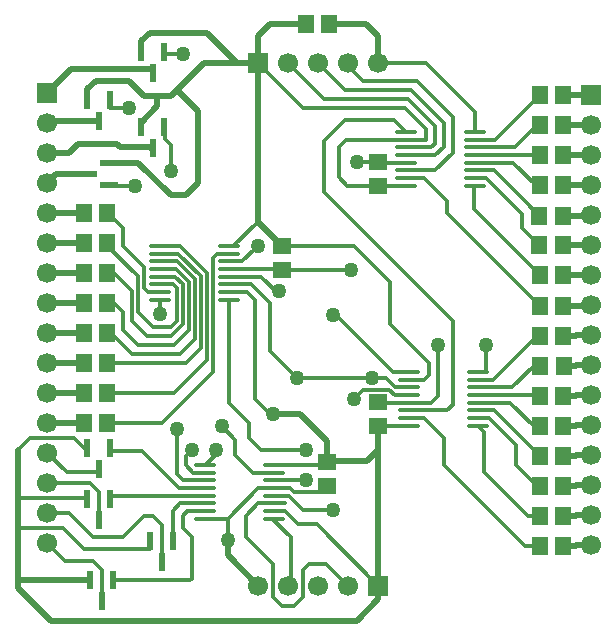
<source format=gtl>
%FSLAX44Y44*%
%MOMM*%
G71*
G01*
G75*
G04 Layer_Physical_Order=1*
G04 Layer_Color=255*
%ADD10O,2.0000X0.3500*%
%ADD11R,1.4000X1.5000*%
%ADD12R,1.5000X1.4000*%
%ADD13R,0.6000X1.6000*%
%ADD14R,1.6000X0.6000*%
%ADD15C,0.3000*%
%ADD16C,0.5000*%
%ADD17R,1.7000X1.7000*%
%ADD18C,1.7000*%
%ADD19R,1.7000X1.7000*%
%ADD20C,1.2700*%
D10*
X707180Y1054210D02*
D03*
Y1060710D02*
D03*
Y1067210D02*
D03*
Y1073710D02*
D03*
Y1080210D02*
D03*
Y1086710D02*
D03*
Y1093210D02*
D03*
Y1099710D02*
D03*
X649180Y1054210D02*
D03*
Y1060710D02*
D03*
Y1067210D02*
D03*
Y1073710D02*
D03*
Y1080210D02*
D03*
Y1086710D02*
D03*
Y1093210D02*
D03*
Y1099710D02*
D03*
X857460Y1196230D02*
D03*
Y1189730D02*
D03*
Y1183230D02*
D03*
Y1176730D02*
D03*
Y1170230D02*
D03*
Y1163730D02*
D03*
Y1157230D02*
D03*
Y1150730D02*
D03*
X915460Y1196230D02*
D03*
Y1189730D02*
D03*
Y1183230D02*
D03*
Y1176730D02*
D03*
Y1170230D02*
D03*
Y1163730D02*
D03*
Y1157230D02*
D03*
Y1150730D02*
D03*
X860000Y993030D02*
D03*
Y986530D02*
D03*
Y980030D02*
D03*
Y973530D02*
D03*
Y967030D02*
D03*
Y960530D02*
D03*
Y954030D02*
D03*
Y947530D02*
D03*
X918000Y993030D02*
D03*
Y986530D02*
D03*
Y980030D02*
D03*
Y973530D02*
D03*
Y967030D02*
D03*
Y960530D02*
D03*
Y954030D02*
D03*
Y947530D02*
D03*
X745280Y868790D02*
D03*
Y875290D02*
D03*
Y881790D02*
D03*
Y888290D02*
D03*
Y894790D02*
D03*
Y901290D02*
D03*
Y907790D02*
D03*
Y914290D02*
D03*
X687280Y868790D02*
D03*
Y875290D02*
D03*
Y881790D02*
D03*
Y888290D02*
D03*
Y894790D02*
D03*
Y901290D02*
D03*
Y907790D02*
D03*
Y914290D02*
D03*
D11*
X584360Y975360D02*
D03*
Y1000760D02*
D03*
Y1026160D02*
D03*
Y1127760D02*
D03*
Y1102360D02*
D03*
Y1076960D02*
D03*
Y1051560D02*
D03*
Y949960D02*
D03*
X990440Y1201928D02*
D03*
Y1176528D02*
D03*
Y1151128D02*
D03*
X989932Y1125474D02*
D03*
Y1100328D02*
D03*
X990186Y1074928D02*
D03*
X990440Y1049020D02*
D03*
Y845820D02*
D03*
Y871220D02*
D03*
Y896620D02*
D03*
Y922020D02*
D03*
Y947420D02*
D03*
Y972820D02*
D03*
X990694Y998474D02*
D03*
X990440Y1023620D02*
D03*
Y1227328D02*
D03*
X970440D02*
D03*
Y1201928D02*
D03*
Y1176528D02*
D03*
Y1151128D02*
D03*
X969932Y1125474D02*
D03*
Y1100328D02*
D03*
X970186Y1074928D02*
D03*
X970440Y1049020D02*
D03*
Y1023620D02*
D03*
X970694Y998474D02*
D03*
X970440Y972820D02*
D03*
Y947420D02*
D03*
Y922020D02*
D03*
Y896620D02*
D03*
Y871220D02*
D03*
Y845820D02*
D03*
X604360Y1127760D02*
D03*
Y1102360D02*
D03*
Y1076960D02*
D03*
Y1051560D02*
D03*
Y1026160D02*
D03*
Y1000760D02*
D03*
Y975360D02*
D03*
Y949960D02*
D03*
X792320Y1287780D02*
D03*
X772320D02*
D03*
D12*
X833120Y1170780D02*
D03*
Y1150780D02*
D03*
Y967580D02*
D03*
Y947580D02*
D03*
X751840Y1079660D02*
D03*
Y1099660D02*
D03*
X789940Y896780D02*
D03*
Y916780D02*
D03*
D13*
X642620Y1245760D02*
D03*
X633120Y1263760D02*
D03*
X652120D02*
D03*
X596900Y1205120D02*
D03*
X587400Y1223120D02*
D03*
X606400D02*
D03*
X642620Y1182260D02*
D03*
X633120Y1200260D02*
D03*
X652120D02*
D03*
X596900Y910480D02*
D03*
X587400Y928480D02*
D03*
X606400D02*
D03*
X650240Y831740D02*
D03*
X640740Y849740D02*
D03*
X659740D02*
D03*
X599440Y798720D02*
D03*
X589940Y816720D02*
D03*
X608940D02*
D03*
X596900Y867300D02*
D03*
X587400Y885300D02*
D03*
X606400D02*
D03*
D14*
X587900Y1160780D02*
D03*
X605900Y1170280D02*
D03*
Y1151280D02*
D03*
D15*
X924560Y993140D02*
Y1016000D01*
X924450Y993030D02*
X924560Y993140D01*
X918000Y993030D02*
X924450D01*
X831130Y1170230D02*
X857460D01*
X860000Y960530D02*
X891950D01*
X896620Y965200D01*
X847190Y1206500D02*
X857460Y1196230D01*
X731520Y1254760D02*
X769620Y1216660D01*
X756920Y1254760D02*
X787400Y1224280D01*
X782320Y1254760D02*
X805180Y1231900D01*
X807720Y1252220D02*
X820420Y1239520D01*
X851010Y1196230D02*
X857460D01*
X833120Y1170780D02*
Y1173480D01*
X878430Y1183230D02*
X881380Y1186180D01*
X882090Y1176730D02*
X889000Y1183640D01*
X881790Y1163730D02*
X896620Y1178560D01*
X857460Y1183230D02*
X878430D01*
X857460Y1176730D02*
X882090D01*
X807720Y1252220D02*
Y1254760D01*
X857460Y1163730D02*
X881790D01*
X891540Y1127920D02*
Y1137920D01*
X872230Y1157230D02*
X891540Y1137920D01*
X857460Y1157230D02*
X872230D01*
X891540Y1127920D02*
X970440Y1049020D01*
X970360Y921940D02*
X970440Y922020D01*
X931770Y960530D02*
X970360Y921940D01*
X918000Y960530D02*
X931770D01*
X927175Y954030D02*
X949960Y931245D01*
X970280Y972820D02*
X970440D01*
X969570Y973530D02*
X970280Y972820D01*
X918000Y973530D02*
X969570D01*
X967740Y1023620D02*
X970440D01*
X930650Y986530D02*
X967740Y1023620D01*
X918000Y986530D02*
X930650D01*
X918000Y947530D02*
X923190Y942340D01*
X918000Y954030D02*
X927175D01*
X914400Y1149670D02*
X915460Y1150730D01*
X914400Y1130714D02*
Y1149670D01*
Y1130714D02*
X970186Y1074928D01*
X924634Y1157230D02*
X955040Y1126825D01*
Y1115060D02*
Y1126825D01*
Y1115060D02*
X969772Y1100328D01*
X969932D01*
X960120Y1135286D02*
Y1135380D01*
X931770Y1163730D02*
X960120Y1135380D01*
X915460Y1163730D02*
X931770D01*
X968248Y1201928D02*
X970440D01*
X949550Y1183230D02*
X968248Y1201928D01*
X915460Y1183230D02*
X949550D01*
X967232Y1151128D02*
X970440D01*
X948130Y1170230D02*
X967232Y1151128D01*
X915460Y1170230D02*
X948130D01*
X915460Y1189730D02*
X932842D01*
X970440Y1227328D01*
X915460Y1176730D02*
X927100D01*
X927302Y1176528D01*
X970440D01*
X915460Y1157230D02*
X924634D01*
X960120Y1135286D02*
X969932Y1125474D01*
X617220Y1099820D02*
X634920Y1082120D01*
X604360Y1076960D02*
X609600D01*
X624860Y1061700D01*
X604360Y1051560D02*
X609600D01*
X604360Y1026160D02*
X607060D01*
X617220Y1028700D02*
Y1043940D01*
X609600Y1051560D02*
X617220Y1043940D01*
X604360Y1127760D02*
X604520D01*
X617220Y1115060D01*
Y1099820D02*
Y1115060D01*
X629920Y1043940D02*
Y1074420D01*
X604360Y1099980D02*
Y1102360D01*
Y1099980D02*
X629920Y1074420D01*
X828590Y967030D02*
X860000D01*
X670560Y922020D02*
X675640Y927100D01*
X657860Y1163320D02*
Y1184860D01*
X652780Y1189940D02*
X657860Y1184860D01*
X687280Y914290D02*
X695960Y922970D01*
Y927100D01*
X701040Y947420D02*
X712730Y935730D01*
X654000Y1262380D02*
X668020D01*
X652120Y1264260D02*
X654000Y1262380D01*
X629920Y1043940D02*
X642620Y1031240D01*
X657860D01*
X624860Y1036300D02*
Y1061700D01*
Y1036300D02*
X637540Y1023620D01*
X657860D01*
X617220Y1028700D02*
X629920Y1016000D01*
X607060Y1026160D02*
X624840Y1008380D01*
X658355Y1067210D02*
X659990D01*
X657860Y1023620D02*
X668020Y1033780D01*
X657860Y1031240D02*
X662940Y1036320D01*
Y1064260D01*
X659990Y1067210D02*
X662940Y1064260D01*
X683260Y1027967D02*
X683340Y1027887D01*
X649180Y1073710D02*
X661659D01*
X668020Y1067349D01*
Y1033780D02*
Y1067349D01*
X649180Y1080210D02*
X662230D01*
X673100Y1069340D01*
X649180Y1086710D02*
X663350D01*
X678180Y1071880D01*
X649180Y1093210D02*
X664470D01*
X683260Y1074420D01*
Y1027967D02*
Y1074420D01*
X644100Y1099820D02*
X665480D01*
X688340Y1076960D01*
X696970Y1093210D02*
X707180D01*
X693420Y1089660D02*
X696970Y1093210D01*
X828090Y947530D02*
X860000D01*
X723900Y937260D02*
X734060Y927100D01*
X772160D01*
X759460Y894080D02*
X762000Y891540D01*
X745280Y894790D02*
X758750D01*
X745280Y901290D02*
X772160D01*
X663350Y906370D02*
Y944470D01*
Y906370D02*
X668430Y901290D01*
X687280D01*
X670560Y914400D02*
Y922020D01*
Y914400D02*
X677170Y907790D01*
X687280D01*
X896620Y965200D02*
Y1036320D01*
X860000Y967030D02*
X878130D01*
X755180Y812000D02*
X757510D01*
X649180Y1042460D02*
Y1054210D01*
X745280Y875290D02*
X754455D01*
X789940Y916780D02*
X791075Y917915D01*
X745280Y881790D02*
X755026D01*
X745280Y888290D02*
X758179D01*
X770169Y876300D02*
X795020D01*
X847650Y973530D02*
X860000D01*
X820600Y978080D02*
X843100D01*
X812800Y970280D02*
X820600Y978080D01*
X843100D02*
X847650Y973530D01*
X828040Y988060D02*
X840191D01*
X848221Y980030D01*
X860000D01*
X745280Y914290D02*
X789940D01*
X835660Y1150780D02*
X857410D01*
X754455Y875290D02*
X765835Y863910D01*
X755180Y812000D02*
X759460Y816280D01*
X744110Y868790D02*
X745280D01*
X744110D02*
X759460Y853440D01*
Y816280D02*
Y853440D01*
X731930Y881790D02*
X745280D01*
X721360Y871220D02*
X731930Y881790D01*
X721360Y853440D02*
Y871220D01*
X751840Y795020D02*
X762000D01*
X769620Y802640D01*
Y825500D01*
X774700Y830580D01*
X789730D01*
X808310Y812000D01*
X744220Y802640D02*
X751840Y795020D01*
X744220Y802640D02*
Y830580D01*
X721360Y853440D02*
X744220Y830580D01*
X789940Y919050D02*
X791075Y917915D01*
X787400Y1145540D02*
X896620Y1036320D01*
X769620Y1216660D02*
X855980D01*
X873760Y1198880D01*
Y1189730D02*
Y1198880D01*
X857460Y1189730D02*
X873760D01*
X800100Y1158240D02*
X807560Y1150780D01*
X833120D01*
X787400Y1224280D02*
X858520D01*
X881380Y1201420D01*
Y1186180D02*
Y1201420D01*
X820420Y1239520D02*
X866140D01*
X896620Y1209040D01*
Y1178560D02*
Y1209040D01*
X805180Y1231900D02*
X861060D01*
X889000Y1203960D01*
Y1183640D02*
Y1203960D01*
X751840Y1079660D02*
X810100D01*
X810260Y1079500D01*
X765835Y863910D02*
X782010D01*
X833710Y812210D01*
X769620Y988060D02*
X828040D01*
X764540D02*
X828040D01*
X741680Y1010920D02*
X764540Y988060D01*
X878130Y967030D02*
X883920Y972820D01*
Y1013460D01*
X843280Y1033780D02*
X876300Y1000760D01*
Y990600D02*
Y1000760D01*
X872230Y986530D02*
X876300Y990600D01*
X860000Y986530D02*
X872230D01*
X860000Y954030D02*
X872230D01*
X889000Y937260D01*
X758179Y888290D02*
X770169Y876300D01*
X762000Y891540D02*
X787400D01*
X789940Y894080D01*
Y896780D01*
X707180Y1099710D02*
X711090D01*
X731520Y1120140D01*
X707180Y1080210D02*
X751290D01*
X749300Y1061720D02*
Y1064260D01*
X707180Y1073710D02*
X734770D01*
X749300Y1059180D01*
X707180Y1060710D02*
X722370D01*
X728980Y1054100D01*
X707180Y1067210D02*
X726030D01*
X741680Y1051560D01*
Y1010920D02*
Y1051560D01*
X728980Y970280D02*
Y1054100D01*
Y970280D02*
X741680Y957580D01*
X744220D01*
X707180Y966680D02*
Y1054210D01*
Y966680D02*
X723900Y949960D01*
Y937260D02*
Y949960D01*
X815340Y1170940D02*
X830580D01*
X833120Y1173480D01*
X787400Y1145540D02*
Y1188720D01*
X805180Y1206500D01*
X847190D01*
X800100Y1158240D02*
Y1183640D01*
X806190Y1189730D01*
X857460D01*
X751840Y1099660D02*
X812960D01*
X843280Y1069340D01*
Y1033780D02*
Y1069340D01*
X705170Y850900D02*
X706120D01*
Y868790D01*
X687280D02*
X706120D01*
X833120Y1254760D02*
X873760D01*
X915460Y1213060D01*
Y1196230D02*
Y1213060D01*
X706120Y868790D02*
X706230D01*
X732230Y894790D01*
X745280D01*
X727970Y907790D02*
X745280D01*
X712730Y923030D02*
X727970Y907790D01*
X712730Y923030D02*
Y935730D01*
X889000Y914400D02*
Y937260D01*
Y914400D02*
X957580Y845820D01*
X970440D01*
X923190Y908150D02*
Y942340D01*
Y908150D02*
X960120Y871220D01*
X970440D01*
X949960Y914400D02*
Y931245D01*
Y914400D02*
X967740Y896620D01*
X970440D01*
X918000Y967030D02*
X945590D01*
X965200Y947420D01*
X970440D01*
X918000Y980030D02*
X947010D01*
X965454Y998474D01*
X970694D01*
X707180Y1086710D02*
X718410D01*
X728980Y1097280D01*
X731520D01*
X795020Y1041400D02*
X797560D01*
X845820Y993140D01*
X857150D01*
X604360Y949960D02*
X650240D01*
X693420Y993140D01*
Y1089660D01*
X688340Y1003300D02*
Y1076960D01*
X607060Y1000760D02*
X670560D01*
X683340Y1013540D01*
Y1027887D01*
X624840Y1008380D02*
X665480D01*
X678180Y1021080D01*
Y1071880D01*
X629920Y1016000D02*
X660400D01*
X673100Y1028700D01*
Y1069340D01*
X604470Y975470D02*
X604580Y975360D01*
X660400D01*
X688340Y1003300D01*
X634920Y1064340D02*
Y1082120D01*
Y1064340D02*
X638550Y1060710D01*
X649180D01*
X606400Y1216660D02*
Y1223620D01*
Y1216660D02*
X622300D01*
X652780Y1189940D02*
Y1198880D01*
X606560Y1150620D02*
X627380D01*
X664770Y894790D02*
X687280D01*
X633620Y925940D02*
X664770Y894790D01*
X606400Y925940D02*
X633620D01*
X609390Y888290D02*
X687280D01*
X606400Y885300D02*
X609390Y888290D01*
X576080Y937260D02*
X587400Y925940D01*
X528320Y927100D02*
X538480Y937260D01*
X576080D01*
X570080Y907940D02*
X596900D01*
X553460Y924560D02*
X570080Y907940D01*
X528320Y886460D02*
X586240D01*
X587400Y885300D01*
X553460Y899160D02*
X589490D01*
X596900Y867300D02*
Y891750D01*
X589490Y899160D02*
X596900Y891750D01*
X640080Y782320D02*
X640740Y782980D01*
X528320Y861060D02*
X566420D01*
X584200Y843280D01*
X640080D01*
Y855800D01*
X650240Y831740D02*
Y863600D01*
X642620Y871220D02*
X650240Y863600D01*
X635000Y871220D02*
X642620D01*
X617220Y853440D02*
X635000Y871220D01*
X591820Y853440D02*
X617220D01*
X571500Y873760D02*
X591820Y853440D01*
X553460Y873760D02*
X571500D01*
X553460Y848360D02*
X568700Y833120D01*
X599440Y798720D02*
Y825500D01*
X591820Y833120D02*
X599440Y825500D01*
X568700Y833120D02*
X591820D01*
X665890Y881790D02*
X687280D01*
X659740Y875640D02*
X665890Y881790D01*
X659740Y849740D02*
Y875640D01*
X672090Y875290D02*
X687280D01*
X668020Y871220D02*
X672090Y875290D01*
X668020Y861060D02*
Y871220D01*
Y861060D02*
X675640Y853440D01*
Y817880D02*
Y853440D01*
X674480Y816720D02*
X675640Y817880D01*
X608940Y816720D02*
X674480D01*
X528320Y815560D02*
X529480Y816720D01*
D16*
X822960Y1287780D02*
X833120Y1277620D01*
X792320Y1287780D02*
X822960D01*
X767080D02*
X772160Y1282700D01*
X741680Y1287780D02*
X767080D01*
X731520Y1277620D02*
X741680Y1287780D01*
X553460Y1127760D02*
X584360D01*
X553460Y1102360D02*
X584360D01*
X553460Y1076960D02*
X584360D01*
X553460Y1051560D02*
X584360D01*
X553460Y949960D02*
X584360D01*
X553460Y975360D02*
X584360D01*
X553460Y1000760D02*
X584360D01*
X553460Y1026160D02*
X584360D01*
X1001350Y846410D02*
X1013550D01*
X1000760Y845820D02*
X1001350Y846410D01*
X990440Y845820D02*
X1000760D01*
X1001350Y871810D02*
X1013550D01*
X1000760Y871220D02*
X1001350Y871810D01*
X990440Y871220D02*
X1000760D01*
X1001350Y897210D02*
X1013550D01*
X1000760Y896620D02*
X1001350Y897210D01*
X990440Y896620D02*
X1000760D01*
X1001350Y922610D02*
X1013550D01*
X1000760Y922020D02*
X1001350Y922610D01*
X990440Y922020D02*
X1000760D01*
X1001350Y948010D02*
X1013550D01*
X1000760Y947420D02*
X1001350Y948010D01*
X990440Y947420D02*
X1000760D01*
X1001350Y973410D02*
X1013550D01*
X1000760Y972820D02*
X1001350Y973410D01*
X990440Y972820D02*
X1000760D01*
X1001096Y998810D02*
X1013550D01*
X1000760Y998474D02*
X1001096Y998810D01*
X990694Y998474D02*
X1000760D01*
X1001350Y1024210D02*
X1013550D01*
X1000760Y1023620D02*
X1001350Y1024210D01*
X990440Y1023620D02*
X1000760D01*
X1012960Y1049020D02*
X1013550Y1049610D01*
X990440Y1049020D02*
X1012960D01*
X1013468Y1074928D02*
X1013550Y1075010D01*
X990186Y1074928D02*
X1013468D01*
Y1100328D02*
X1013550Y1100410D01*
X989932Y1100328D02*
X1013468D01*
X1013214Y1125474D02*
X1013550Y1125810D01*
X989932Y1125474D02*
X1013214D01*
X1013468Y1151128D02*
X1013550Y1151210D01*
X990440Y1151128D02*
X1013468D01*
Y1176528D02*
X1013550Y1176610D01*
X990440Y1176528D02*
X1013468D01*
Y1201928D02*
X1013550Y1202010D01*
X990440Y1201928D02*
X1013468D01*
Y1227328D02*
X1013550Y1227410D01*
X990440Y1227328D02*
X1013468D01*
X833120Y1254760D02*
Y1277620D01*
X731520Y1254760D02*
Y1277620D01*
X554380Y1230280D02*
X557180D01*
X828680Y946940D02*
X833710D01*
X824525Y917915D02*
X833710Y927100D01*
Y946940D01*
X791075Y917915D02*
X824525D01*
X833710Y812800D02*
Y927100D01*
X706120Y837990D02*
X732110Y812000D01*
X706120Y837990D02*
Y845820D01*
X833710Y812000D02*
Y812210D01*
X731520Y1119980D02*
X751840Y1099660D01*
X731520Y1120140D02*
Y1254760D01*
X706120Y845820D02*
X708660Y848360D01*
X744220Y957580D02*
X767080D01*
X789940Y934720D01*
Y916780D02*
Y934720D01*
X554620Y1205120D02*
X557420D01*
X596900D01*
X553460Y1203960D02*
X556260D01*
X557420Y1205120D01*
X713740Y1254760D02*
X731520D01*
X688340Y1280160D02*
X713740Y1254760D01*
X640080Y1280160D02*
X688340D01*
X633120Y1273200D02*
X640080Y1280160D01*
X633120Y1263760D02*
Y1273200D01*
X685800Y1254760D02*
X713740D01*
X587400Y1223120D02*
Y1232560D01*
X554380Y1230280D02*
X573780Y1249680D01*
X642620D01*
Y1245760D02*
Y1249680D01*
X587400Y1232560D02*
X594360Y1239520D01*
X622300D01*
X635000Y1226820D01*
X646430Y1217930D02*
Y1226820D01*
X635000D02*
X646430D01*
X657860D01*
X579120Y1186180D02*
X612140D01*
X571500Y1178560D02*
X579120Y1186180D01*
X553460Y1178560D02*
X571500D01*
X632460Y1203960D02*
X646430Y1217930D01*
X612140Y1186180D02*
X614680Y1183640D01*
X640080D01*
X642620Y1181100D01*
X561080Y1160780D02*
X587900D01*
X553460Y1153160D02*
X561080Y1160780D01*
X662940Y1231900D02*
X680720Y1214120D01*
Y1153160D02*
Y1214120D01*
X670560Y1143000D02*
X680720Y1153160D01*
X657860Y1143000D02*
X670560D01*
X630580Y1170280D02*
X657860Y1143000D01*
X605900Y1170280D02*
X630580D01*
X657860Y1226820D02*
X662940Y1231900D01*
X685800Y1254760D01*
X528320Y810260D02*
X556260Y782320D01*
X528320Y886460D02*
Y927100D01*
X529480Y816720D02*
X589940D01*
X556260Y782320D02*
X640080D01*
X528320Y861060D02*
Y886460D01*
Y815560D02*
Y861060D01*
Y810260D02*
Y815560D01*
X640080Y782320D02*
X815340D01*
X833710Y800690D01*
Y812000D01*
D17*
X1013550Y1227410D02*
D03*
X553460Y1229360D02*
D03*
D18*
X1013550Y1202010D02*
D03*
Y1176610D02*
D03*
Y1151210D02*
D03*
Y1125810D02*
D03*
Y1100410D02*
D03*
Y1075010D02*
D03*
Y1049610D02*
D03*
Y1024210D02*
D03*
Y998810D02*
D03*
Y973410D02*
D03*
Y948010D02*
D03*
Y922610D02*
D03*
Y897210D02*
D03*
Y871810D02*
D03*
Y846410D02*
D03*
X553460Y1203960D02*
D03*
Y1178560D02*
D03*
Y1153160D02*
D03*
Y1127760D02*
D03*
Y1102360D02*
D03*
Y1076960D02*
D03*
Y1051560D02*
D03*
Y1026160D02*
D03*
Y1000760D02*
D03*
Y975360D02*
D03*
Y949960D02*
D03*
Y924560D02*
D03*
Y899160D02*
D03*
Y873760D02*
D03*
Y848360D02*
D03*
X833120Y1254760D02*
D03*
X807720D02*
D03*
X782320D02*
D03*
X756920D02*
D03*
X732110Y812000D02*
D03*
X757510D02*
D03*
X782910D02*
D03*
X808310D02*
D03*
D19*
X731520Y1254760D02*
D03*
X833710Y812000D02*
D03*
D20*
X924560Y1016000D02*
D03*
X815340Y1170940D02*
D03*
X663350Y944470D02*
D03*
X627380Y1150620D02*
D03*
X675640Y927100D02*
D03*
X657860Y1163320D02*
D03*
X695960Y927100D02*
D03*
X622300Y1216660D02*
D03*
X701040Y947420D02*
D03*
X668020Y1262380D02*
D03*
X772160Y927100D02*
D03*
Y901700D02*
D03*
X731520Y1099820D02*
D03*
X795020Y1041400D02*
D03*
X883920Y1016000D02*
D03*
X810260Y1079660D02*
D03*
X649180Y1042460D02*
D03*
X706120Y850900D02*
D03*
X795020Y876300D02*
D03*
X812800Y970280D02*
D03*
X828040Y988060D02*
D03*
X744220Y957580D02*
D03*
X764540Y988060D02*
D03*
X749300Y1061720D02*
D03*
M02*

</source>
